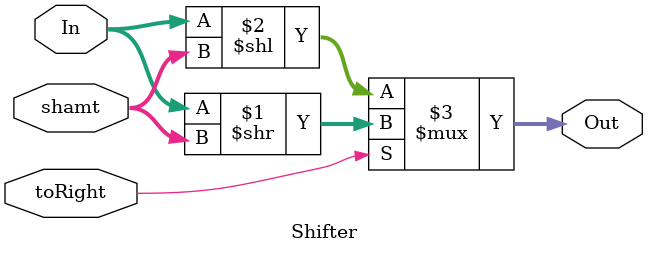
<source format=v>
module Shifter(In, shamt, toRight, Out);
    parameter n = 4;
    input[n - 1 : 0] In;
    input[$clog2(n) - 1 : 0] shamt;
	 input toRight;
    output[n - 1 : 0] Out;
    assign Out = toRight ? (In >> shamt) : (In << shamt);
endmodule

</source>
